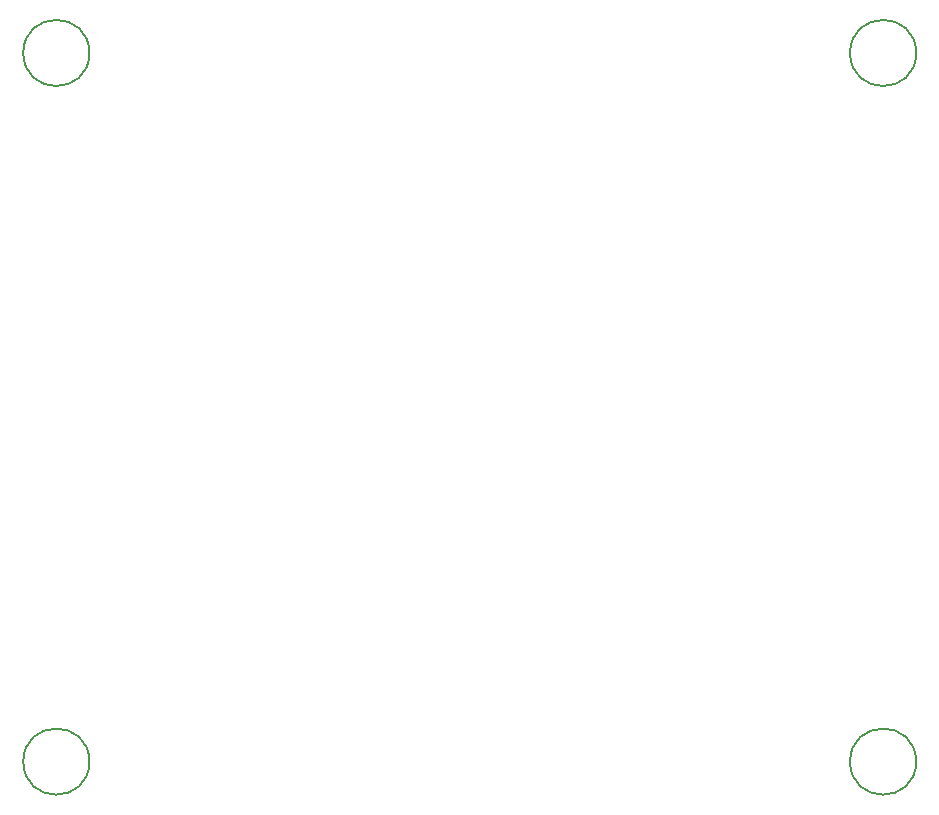
<source format=gbr>
%TF.GenerationSoftware,KiCad,Pcbnew,(6.0.9)*%
%TF.CreationDate,2023-04-05T21:44:48+03:00*%
%TF.ProjectId,cross_band_handy_walkie_talkie_ES8388,63726f73-735f-4626-916e-645f68616e64,rev?*%
%TF.SameCoordinates,Original*%
%TF.FileFunction,Other,Comment*%
%FSLAX46Y46*%
G04 Gerber Fmt 4.6, Leading zero omitted, Abs format (unit mm)*
G04 Created by KiCad (PCBNEW (6.0.9)) date 2023-04-05 21:44:48*
%MOMM*%
%LPD*%
G01*
G04 APERTURE LIST*
%ADD10C,0.150000*%
G04 APERTURE END LIST*
D10*
%TO.C,H3*%
X127800000Y-115000000D02*
G75*
G03*
X127800000Y-115000000I-2800000J0D01*
G01*
%TO.C,H4*%
X57800000Y-115000000D02*
G75*
G03*
X57800000Y-115000000I-2800000J0D01*
G01*
%TO.C,H2*%
X127800000Y-55000000D02*
G75*
G03*
X127800000Y-55000000I-2800000J0D01*
G01*
%TO.C,H1*%
X57800000Y-55000000D02*
G75*
G03*
X57800000Y-55000000I-2800000J0D01*
G01*
%TD*%
M02*

</source>
